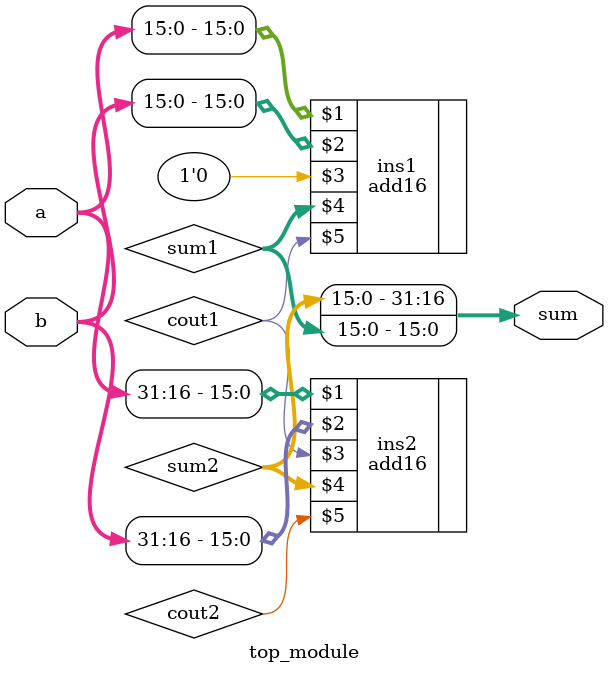
<source format=v>
module top_module(
    input [31:0] a,
    input [31:0] b,
    output [31:0] sum
);
	wire cout1,cout2;
    wire [15:0]sum1,sum2;
    
    add16 ins1(a[15:0],b[15:0],1'b0,sum1,cout1);
    add16 ins2(a[31:16],b[31:16],cout1,sum2,cout2);
    assign sum = {sum2,sum1};
endmodule

</source>
